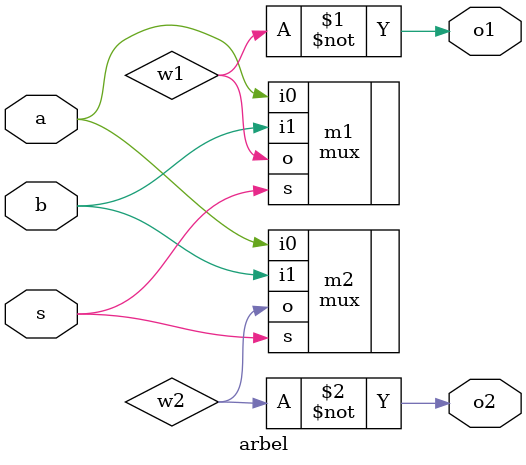
<source format=v>
`timescale 1ns / 1ps


module arbel(
    input a,b,s,
    output o1,o2
    );
    
    wire w1,w2;
    mux m1( .i0(a), .i1(b), .s(s), .o(w1));
    mux m2( .i0(a), .i1(b), .s(s), .o(w2));
    
    assign o1= ~w1;
    assign o2= ~w2;
    
endmodule

</source>
